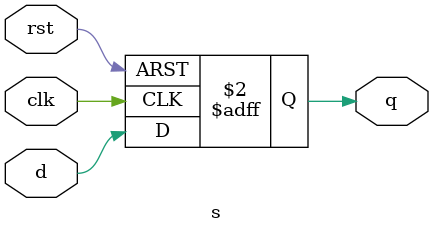
<source format=v>
`timescale 1ns / 1ps


module s(q,clk,d,rst);
input clk,d,rst;
output reg q;

always @(negedge clk or posedge rst) begin
    if(rst)
        q <= 0;
    else 
        q <= d;
end
endmodule

</source>
